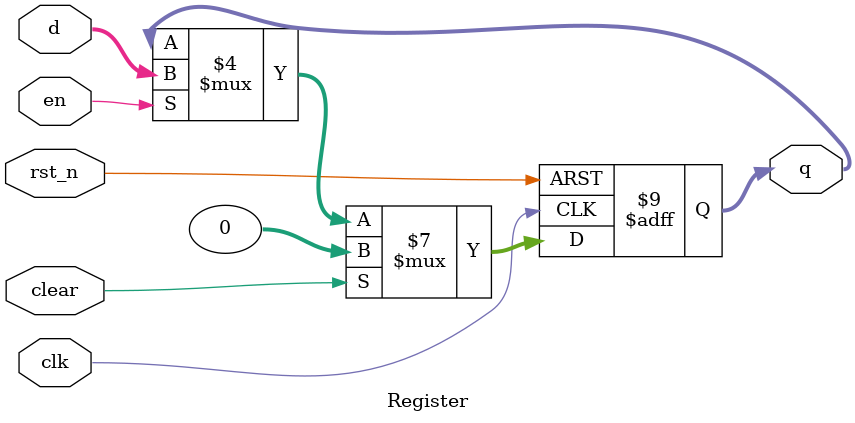
<source format=sv>


module Register #(
    parameter bits = 32
) (
    clk,
    rst_n,
    clear,
    en,
    d,
    q
);
    input logic clk;
    input logic rst_n;
    input logic clear;
    input logic en;
    input logic [bits-1:0] d;
    output logic [bits-1:0] q;

  always @(posedge clk, negedge rst_n) begin
    if (~rst_n) q <= '0;
    else if (clear) q <= '0;
    else if (en) q <= d;
    else q <= q;
  end
  endmodule
</source>
